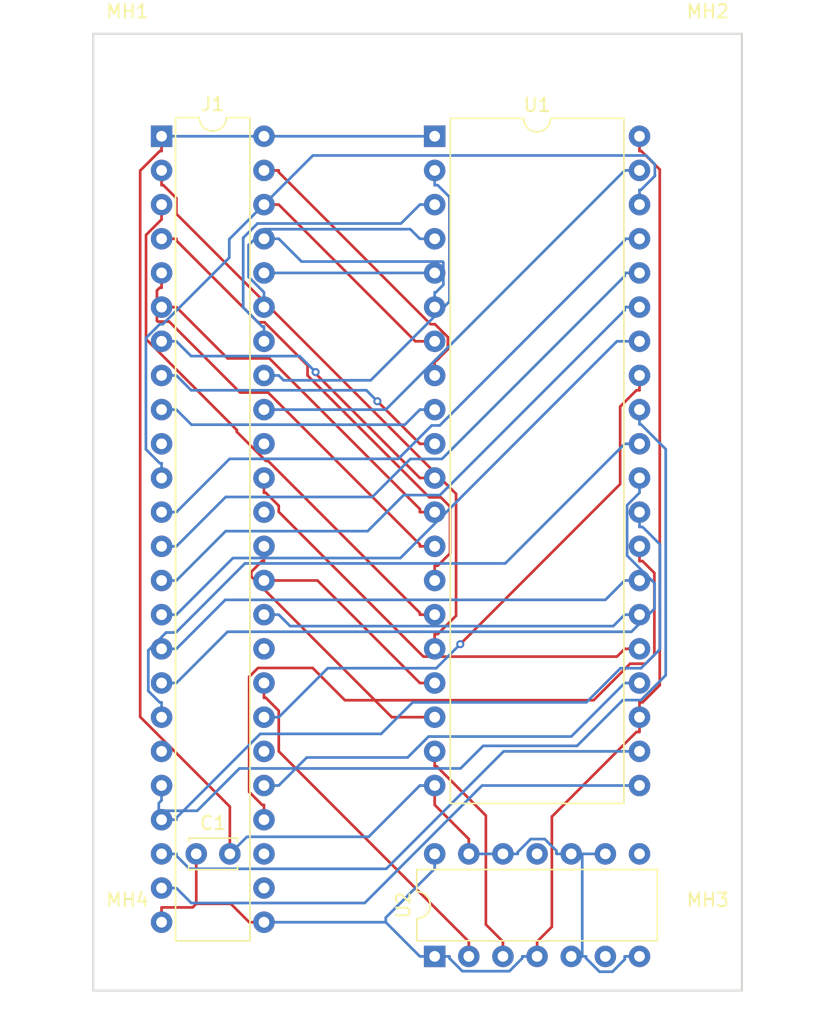
<source format=kicad_pcb>
(kicad_pcb (version 20171130) (host pcbnew 5.1.5+dfsg1-2build2)

  (general
    (thickness 1.6)
    (drawings 4)
    (tracks 362)
    (zones 0)
    (modules 8)
    (nets 51)
  )

  (page A4)
  (layers
    (0 F.Cu signal)
    (31 B.Cu signal)
    (32 B.Adhes user)
    (33 F.Adhes user)
    (34 B.Paste user)
    (35 F.Paste user)
    (36 B.SilkS user)
    (37 F.SilkS user)
    (38 B.Mask user)
    (39 F.Mask user)
    (40 Dwgs.User user)
    (41 Cmts.User user)
    (42 Eco1.User user)
    (43 Eco2.User user)
    (44 Edge.Cuts user)
    (45 Margin user)
    (46 B.CrtYd user)
    (47 F.CrtYd user)
    (48 B.Fab user)
    (49 F.Fab user)
  )

  (setup
    (last_trace_width 0.2)
    (user_trace_width 0.2)
    (user_trace_width 0.4)
    (user_trace_width 0.6)
    (user_trace_width 0.8)
    (user_trace_width 1)
    (user_trace_width 1.2)
    (user_trace_width 1.6)
    (user_trace_width 2)
    (trace_clearance 0.2)
    (zone_clearance 0.35)
    (zone_45_only no)
    (trace_min 0.1524)
    (via_size 0.6)
    (via_drill 0.3)
    (via_min_size 0.5)
    (via_min_drill 0.2)
    (user_via 0.9 0.5)
    (user_via 1.2 0.8)
    (user_via 1.4 0.9)
    (user_via 1.5 1)
    (uvia_size 0.3)
    (uvia_drill 0.1)
    (uvias_allowed no)
    (uvia_min_size 0.2)
    (uvia_min_drill 0.1)
    (edge_width 0.15)
    (segment_width 0.2)
    (pcb_text_width 0.3)
    (pcb_text_size 1.5 1.5)
    (mod_edge_width 0.15)
    (mod_text_size 1 1)
    (mod_text_width 0.15)
    (pad_size 3.2 3.2)
    (pad_drill 3.2)
    (pad_to_mask_clearance 0.051)
    (solder_mask_min_width 0.25)
    (aux_axis_origin 101 70)
    (grid_origin 101 70)
    (visible_elements FFFDFF7F)
    (pcbplotparams
      (layerselection 0x010fc_ffffffff)
      (usegerberextensions false)
      (usegerberattributes false)
      (usegerberadvancedattributes false)
      (creategerberjobfile false)
      (excludeedgelayer true)
      (linewidth 0.100000)
      (plotframeref false)
      (viasonmask false)
      (mode 1)
      (useauxorigin false)
      (hpglpennumber 1)
      (hpglpenspeed 20)
      (hpglpendiameter 15.000000)
      (psnegative false)
      (psa4output false)
      (plotreference true)
      (plotvalue true)
      (plotinvisibletext false)
      (padsonsilk false)
      (subtractmaskfromsilk false)
      (outputformat 1)
      (mirror false)
      (drillshape 1)
      (scaleselection 1)
      (outputdirectory ""))
  )

  (net 0 "")
  (net 1 GND)
  (net 2 VCC)
  (net 3 /P50)
  (net 4 /P53)
  (net 5 "Net-(J1-Pad30)")
  (net 6 /P51)
  (net 7 /P36)
  (net 8 /P52)
  (net 9 "Net-(J1-Pad27)")
  (net 10 /P37)
  (net 11 /P47)
  (net 12 /P55)
  (net 13 /P54)
  (net 14 /P46)
  (net 15 "Net-(J1-Pad26)")
  (net 16 "Net-(J1-Pad19)")
  (net 17 /P35)
  (net 18 /P20)
  (net 19 /P34)
  (net 20 /P21)
  (net 21 /P33)
  (net 22 /P22)
  (net 23 /P32)
  (net 24 /P23)
  (net 25 /P31)
  (net 26 /P24)
  (net 27 /P30)
  (net 28 /P25)
  (net 29 "Net-(J1-Pad10)")
  (net 30 /P26)
  (net 31 /P17)
  (net 32 /P27)
  (net 33 /P16)
  (net 34 "Net-(J1-Pad39)")
  (net 35 /P15)
  (net 36 /P40)
  (net 37 /P14)
  (net 38 "Net-(J1-Pad37)")
  (net 39 /P13)
  (net 40 /P42)
  (net 41 /P12)
  (net 42 /P43)
  (net 43 /P11)
  (net 44 /P44)
  (net 45 /P10)
  (net 46 "Net-(J1-Pad33)")
  (net 47 "Net-(U1-Pad19)")
  (net 48 "Net-(U2-Pad6)")
  (net 49 "Net-(U2-Pad11)")
  (net 50 "Net-(U2-Pad8)")

  (net_class Default "This is the default net class."
    (clearance 0.2)
    (trace_width 0.2)
    (via_dia 0.6)
    (via_drill 0.3)
    (uvia_dia 0.3)
    (uvia_drill 0.1)
    (diff_pair_width 0.2)
    (diff_pair_gap 0.2)
    (add_net /P10)
    (add_net /P11)
    (add_net /P12)
    (add_net /P13)
    (add_net /P14)
    (add_net /P15)
    (add_net /P16)
    (add_net /P17)
    (add_net /P20)
    (add_net /P21)
    (add_net /P22)
    (add_net /P23)
    (add_net /P24)
    (add_net /P25)
    (add_net /P26)
    (add_net /P27)
    (add_net /P30)
    (add_net /P31)
    (add_net /P32)
    (add_net /P33)
    (add_net /P34)
    (add_net /P35)
    (add_net /P36)
    (add_net /P37)
    (add_net /P40)
    (add_net /P42)
    (add_net /P43)
    (add_net /P44)
    (add_net /P46)
    (add_net /P47)
    (add_net /P50)
    (add_net /P51)
    (add_net /P52)
    (add_net /P53)
    (add_net /P54)
    (add_net /P55)
    (add_net GND)
    (add_net "Net-(J1-Pad10)")
    (add_net "Net-(J1-Pad19)")
    (add_net "Net-(J1-Pad26)")
    (add_net "Net-(J1-Pad27)")
    (add_net "Net-(J1-Pad30)")
    (add_net "Net-(J1-Pad33)")
    (add_net "Net-(J1-Pad37)")
    (add_net "Net-(J1-Pad39)")
    (add_net "Net-(U1-Pad19)")
    (add_net "Net-(U2-Pad11)")
    (add_net "Net-(U2-Pad6)")
    (add_net "Net-(U2-Pad8)")
    (add_net VCC)
  )

  (module Package_DIP:DIP-14_W7.62mm (layer F.Cu) (tedit 5A02E8C5) (tstamp 61E6ED2A)
    (at 123.86 136.04 90)
    (descr "14-lead though-hole mounted DIP package, row spacing 7.62 mm (300 mils)")
    (tags "THT DIP DIL PDIP 2.54mm 7.62mm 300mil")
    (path /618CEFAB)
    (fp_text reference U2 (at 3.81 -2.33 90) (layer F.SilkS)
      (effects (font (size 1 1) (thickness 0.15)))
    )
    (fp_text value 74HCT126 (at 3.81 17.57 90) (layer F.Fab)
      (effects (font (size 1 1) (thickness 0.15)))
    )
    (fp_text user %R (at 3.81 7.62 90) (layer F.Fab)
      (effects (font (size 1 1) (thickness 0.15)))
    )
    (fp_line (start 8.7 -1.55) (end -1.1 -1.55) (layer F.CrtYd) (width 0.05))
    (fp_line (start 8.7 16.8) (end 8.7 -1.55) (layer F.CrtYd) (width 0.05))
    (fp_line (start -1.1 16.8) (end 8.7 16.8) (layer F.CrtYd) (width 0.05))
    (fp_line (start -1.1 -1.55) (end -1.1 16.8) (layer F.CrtYd) (width 0.05))
    (fp_line (start 6.46 -1.33) (end 4.81 -1.33) (layer F.SilkS) (width 0.12))
    (fp_line (start 6.46 16.57) (end 6.46 -1.33) (layer F.SilkS) (width 0.12))
    (fp_line (start 1.16 16.57) (end 6.46 16.57) (layer F.SilkS) (width 0.12))
    (fp_line (start 1.16 -1.33) (end 1.16 16.57) (layer F.SilkS) (width 0.12))
    (fp_line (start 2.81 -1.33) (end 1.16 -1.33) (layer F.SilkS) (width 0.12))
    (fp_line (start 0.635 -0.27) (end 1.635 -1.27) (layer F.Fab) (width 0.1))
    (fp_line (start 0.635 16.51) (end 0.635 -0.27) (layer F.Fab) (width 0.1))
    (fp_line (start 6.985 16.51) (end 0.635 16.51) (layer F.Fab) (width 0.1))
    (fp_line (start 6.985 -1.27) (end 6.985 16.51) (layer F.Fab) (width 0.1))
    (fp_line (start 1.635 -1.27) (end 6.985 -1.27) (layer F.Fab) (width 0.1))
    (fp_arc (start 3.81 -1.33) (end 2.81 -1.33) (angle -180) (layer F.SilkS) (width 0.12))
    (pad 14 thru_hole oval (at 7.62 0 90) (size 1.6 1.6) (drill 0.8) (layers *.Cu *.Mask)
      (net 2 VCC))
    (pad 7 thru_hole oval (at 0 15.24 90) (size 1.6 1.6) (drill 0.8) (layers *.Cu *.Mask)
      (net 1 GND))
    (pad 13 thru_hole oval (at 7.62 2.54 90) (size 1.6 1.6) (drill 0.8) (layers *.Cu *.Mask)
      (net 1 GND))
    (pad 6 thru_hole oval (at 0 12.7 90) (size 1.6 1.6) (drill 0.8) (layers *.Cu *.Mask)
      (net 48 "Net-(U2-Pad6)"))
    (pad 12 thru_hole oval (at 7.62 5.08 90) (size 1.6 1.6) (drill 0.8) (layers *.Cu *.Mask)
      (net 1 GND))
    (pad 5 thru_hole oval (at 0 10.16 90) (size 1.6 1.6) (drill 0.8) (layers *.Cu *.Mask)
      (net 1 GND))
    (pad 11 thru_hole oval (at 7.62 7.62 90) (size 1.6 1.6) (drill 0.8) (layers *.Cu *.Mask)
      (net 49 "Net-(U2-Pad11)"))
    (pad 4 thru_hole oval (at 0 7.62 90) (size 1.6 1.6) (drill 0.8) (layers *.Cu *.Mask)
      (net 2 VCC))
    (pad 10 thru_hole oval (at 7.62 10.16 90) (size 1.6 1.6) (drill 0.8) (layers *.Cu *.Mask)
      (net 1 GND))
    (pad 3 thru_hole oval (at 0 5.08 90) (size 1.6 1.6) (drill 0.8) (layers *.Cu *.Mask)
      (net 47 "Net-(U1-Pad19)"))
    (pad 9 thru_hole oval (at 7.62 12.7 90) (size 1.6 1.6) (drill 0.8) (layers *.Cu *.Mask)
      (net 1 GND))
    (pad 2 thru_hole oval (at 0 2.54 90) (size 1.6 1.6) (drill 0.8) (layers *.Cu *.Mask)
      (net 14 /P46))
    (pad 8 thru_hole oval (at 7.62 15.24 90) (size 1.6 1.6) (drill 0.8) (layers *.Cu *.Mask)
      (net 50 "Net-(U2-Pad8)"))
    (pad 1 thru_hole rect (at 0 0 90) (size 1.6 1.6) (drill 0.8) (layers *.Cu *.Mask)
      (net 2 VCC))
    (model ${KISYS3DMOD}/Package_DIP.3dshapes/DIP-14_W7.62mm.wrl
      (at (xyz 0 0 0))
      (scale (xyz 1 1 1))
      (rotate (xyz 0 0 0))
    )
  )

  (module Package_DIP:DIP-40_W15.24mm (layer F.Cu) (tedit 5A02E8C5) (tstamp 61E6ED08)
    (at 123.86 75.08)
    (descr "40-lead though-hole mounted DIP package, row spacing 15.24 mm (600 mils)")
    (tags "THT DIP DIL PDIP 2.54mm 15.24mm 600mil")
    (path /627EB669)
    (fp_text reference U1 (at 7.62 -2.33) (layer F.SilkS)
      (effects (font (size 1 1) (thickness 0.15)))
    )
    (fp_text value P80C88A (at 7.62 50.59) (layer F.Fab)
      (effects (font (size 1 1) (thickness 0.15)))
    )
    (fp_text user %R (at 7.62 24.13) (layer F.Fab)
      (effects (font (size 1 1) (thickness 0.15)))
    )
    (fp_line (start 16.3 -1.55) (end -1.05 -1.55) (layer F.CrtYd) (width 0.05))
    (fp_line (start 16.3 49.8) (end 16.3 -1.55) (layer F.CrtYd) (width 0.05))
    (fp_line (start -1.05 49.8) (end 16.3 49.8) (layer F.CrtYd) (width 0.05))
    (fp_line (start -1.05 -1.55) (end -1.05 49.8) (layer F.CrtYd) (width 0.05))
    (fp_line (start 14.08 -1.33) (end 8.62 -1.33) (layer F.SilkS) (width 0.12))
    (fp_line (start 14.08 49.59) (end 14.08 -1.33) (layer F.SilkS) (width 0.12))
    (fp_line (start 1.16 49.59) (end 14.08 49.59) (layer F.SilkS) (width 0.12))
    (fp_line (start 1.16 -1.33) (end 1.16 49.59) (layer F.SilkS) (width 0.12))
    (fp_line (start 6.62 -1.33) (end 1.16 -1.33) (layer F.SilkS) (width 0.12))
    (fp_line (start 0.255 -0.27) (end 1.255 -1.27) (layer F.Fab) (width 0.1))
    (fp_line (start 0.255 49.53) (end 0.255 -0.27) (layer F.Fab) (width 0.1))
    (fp_line (start 14.985 49.53) (end 0.255 49.53) (layer F.Fab) (width 0.1))
    (fp_line (start 14.985 -1.27) (end 14.985 49.53) (layer F.Fab) (width 0.1))
    (fp_line (start 1.255 -1.27) (end 14.985 -1.27) (layer F.Fab) (width 0.1))
    (fp_arc (start 7.62 -1.33) (end 6.62 -1.33) (angle -180) (layer F.SilkS) (width 0.12))
    (pad 40 thru_hole oval (at 15.24 0) (size 1.6 1.6) (drill 0.8) (layers *.Cu *.Mask)
      (net 2 VCC))
    (pad 20 thru_hole oval (at 0 48.26) (size 1.6 1.6) (drill 0.8) (layers *.Cu *.Mask)
      (net 1 GND))
    (pad 39 thru_hole oval (at 15.24 2.54) (size 1.6 1.6) (drill 0.8) (layers *.Cu *.Mask)
      (net 32 /P27))
    (pad 19 thru_hole oval (at 0 45.72) (size 1.6 1.6) (drill 0.8) (layers *.Cu *.Mask)
      (net 47 "Net-(U1-Pad19)"))
    (pad 38 thru_hole oval (at 15.24 5.08) (size 1.6 1.6) (drill 0.8) (layers *.Cu *.Mask)
      (net 27 /P30))
    (pad 18 thru_hole oval (at 0 43.18) (size 1.6 1.6) (drill 0.8) (layers *.Cu *.Mask)
      (net 40 /P42))
    (pad 37 thru_hole oval (at 15.24 7.62) (size 1.6 1.6) (drill 0.8) (layers *.Cu *.Mask)
      (net 25 /P31))
    (pad 17 thru_hole oval (at 0 40.64) (size 1.6 1.6) (drill 0.8) (layers *.Cu *.Mask)
      (net 42 /P43))
    (pad 36 thru_hole oval (at 15.24 10.16) (size 1.6 1.6) (drill 0.8) (layers *.Cu *.Mask)
      (net 23 /P32))
    (pad 16 thru_hole oval (at 0 38.1) (size 1.6 1.6) (drill 0.8) (layers *.Cu *.Mask)
      (net 45 /P10))
    (pad 35 thru_hole oval (at 15.24 12.7) (size 1.6 1.6) (drill 0.8) (layers *.Cu *.Mask)
      (net 21 /P33))
    (pad 15 thru_hole oval (at 0 35.56) (size 1.6 1.6) (drill 0.8) (layers *.Cu *.Mask)
      (net 43 /P11))
    (pad 34 thru_hole oval (at 15.24 15.24) (size 1.6 1.6) (drill 0.8) (layers *.Cu *.Mask)
      (net 19 /P34))
    (pad 14 thru_hole oval (at 0 33.02) (size 1.6 1.6) (drill 0.8) (layers *.Cu *.Mask)
      (net 41 /P12))
    (pad 33 thru_hole oval (at 15.24 17.78) (size 1.6 1.6) (drill 0.8) (layers *.Cu *.Mask)
      (net 11 /P47))
    (pad 13 thru_hole oval (at 0 30.48) (size 1.6 1.6) (drill 0.8) (layers *.Cu *.Mask)
      (net 39 /P13))
    (pad 32 thru_hole oval (at 15.24 20.32) (size 1.6 1.6) (drill 0.8) (layers *.Cu *.Mask)
      (net 3 /P50))
    (pad 12 thru_hole oval (at 0 27.94) (size 1.6 1.6) (drill 0.8) (layers *.Cu *.Mask)
      (net 37 /P14))
    (pad 31 thru_hole oval (at 15.24 22.86) (size 1.6 1.6) (drill 0.8) (layers *.Cu *.Mask)
      (net 10 /P37))
    (pad 11 thru_hole oval (at 0 25.4) (size 1.6 1.6) (drill 0.8) (layers *.Cu *.Mask)
      (net 35 /P15))
    (pad 30 thru_hole oval (at 15.24 25.4) (size 1.6 1.6) (drill 0.8) (layers *.Cu *.Mask)
      (net 7 /P36))
    (pad 10 thru_hole oval (at 0 22.86) (size 1.6 1.6) (drill 0.8) (layers *.Cu *.Mask)
      (net 33 /P16))
    (pad 29 thru_hole oval (at 15.24 27.94) (size 1.6 1.6) (drill 0.8) (layers *.Cu *.Mask)
      (net 6 /P51))
    (pad 9 thru_hole oval (at 0 20.32) (size 1.6 1.6) (drill 0.8) (layers *.Cu *.Mask)
      (net 31 /P17))
    (pad 28 thru_hole oval (at 15.24 30.48) (size 1.6 1.6) (drill 0.8) (layers *.Cu *.Mask)
      (net 12 /P55))
    (pad 8 thru_hole oval (at 0 17.78) (size 1.6 1.6) (drill 0.8) (layers *.Cu *.Mask)
      (net 18 /P20))
    (pad 27 thru_hole oval (at 15.24 33.02) (size 1.6 1.6) (drill 0.8) (layers *.Cu *.Mask)
      (net 17 /P35))
    (pad 7 thru_hole oval (at 0 15.24) (size 1.6 1.6) (drill 0.8) (layers *.Cu *.Mask)
      (net 20 /P21))
    (pad 26 thru_hole oval (at 15.24 35.56) (size 1.6 1.6) (drill 0.8) (layers *.Cu *.Mask)
      (net 44 /P44))
    (pad 6 thru_hole oval (at 0 12.7) (size 1.6 1.6) (drill 0.8) (layers *.Cu *.Mask)
      (net 22 /P22))
    (pad 25 thru_hole oval (at 15.24 38.1) (size 1.6 1.6) (drill 0.8) (layers *.Cu *.Mask)
      (net 36 /P40))
    (pad 5 thru_hole oval (at 0 10.16) (size 1.6 1.6) (drill 0.8) (layers *.Cu *.Mask)
      (net 24 /P23))
    (pad 24 thru_hole oval (at 15.24 40.64) (size 1.6 1.6) (drill 0.8) (layers *.Cu *.Mask)
      (net 13 /P54))
    (pad 4 thru_hole oval (at 0 7.62) (size 1.6 1.6) (drill 0.8) (layers *.Cu *.Mask)
      (net 26 /P24))
    (pad 23 thru_hole oval (at 15.24 43.18) (size 1.6 1.6) (drill 0.8) (layers *.Cu *.Mask)
      (net 2 VCC))
    (pad 3 thru_hole oval (at 0 5.08) (size 1.6 1.6) (drill 0.8) (layers *.Cu *.Mask)
      (net 28 /P25))
    (pad 22 thru_hole oval (at 15.24 45.72) (size 1.6 1.6) (drill 0.8) (layers *.Cu *.Mask)
      (net 8 /P52))
    (pad 2 thru_hole oval (at 0 2.54) (size 1.6 1.6) (drill 0.8) (layers *.Cu *.Mask)
      (net 30 /P26))
    (pad 21 thru_hole oval (at 15.24 48.26) (size 1.6 1.6) (drill 0.8) (layers *.Cu *.Mask)
      (net 4 /P53))
    (pad 1 thru_hole rect (at 0 0) (size 1.6 1.6) (drill 0.8) (layers *.Cu *.Mask)
      (net 1 GND))
    (model ${KISYS3DMOD}/Package_DIP.3dshapes/DIP-40_W15.24mm.wrl
      (at (xyz 0 0 0))
      (scale (xyz 1 1 1))
      (rotate (xyz 0 0 0))
    )
  )

  (module 0-LocalLibrary:DIP-48_W7.62mm (layer F.Cu) (tedit 6198C9C5) (tstamp 61E6ECCC)
    (at 103.54 75.08)
    (descr "48-lead dip package, row spacing 7.62 mm (300 mils)")
    (tags "DIL DIP PDIP 2.54mm 7.62mm 300mill")
    (path /627DC9E5)
    (fp_text reference J1 (at 3.81 -2.39) (layer F.SilkS)
      (effects (font (size 1 1) (thickness 0.15)))
    )
    (fp_text value BionicConnector (at 5.08 60.96) (layer F.Fab)
      (effects (font (size 1 1) (thickness 0.15)))
    )
    (fp_line (start 8.68 60.02) (end 8.68 18.72) (layer F.CrtYd) (width 0.05))
    (fp_line (start 7.365 59.69) (end 0.255 59.69) (layer F.Fab) (width 0.1))
    (fp_line (start 0.255 59.69) (end 0.255 20.05) (layer F.Fab) (width 0.1))
    (fp_line (start -1.1 60.02) (end 8.68 60.02) (layer F.CrtYd) (width 0.05))
    (fp_line (start -1.1 18.72) (end -1.1 60.02) (layer F.CrtYd) (width 0.05))
    (fp_line (start 6.58 59.81) (end 6.58 18.93) (layer F.SilkS) (width 0.12))
    (fp_line (start 1.04 59.81) (end 6.58 59.81) (layer F.SilkS) (width 0.12))
    (fp_line (start 1.04 18.93) (end 1.04 59.81) (layer F.SilkS) (width 0.12))
    (fp_line (start 7.365 19.05) (end 7.365 59.69) (layer F.Fab) (width 0.1))
    (fp_arc (start 3.81 -1.39) (end 2.81 -1.39) (angle -180) (layer F.SilkS) (width 0.12))
    (fp_line (start 8.68 -1.6) (end -1.1 -1.6) (layer F.CrtYd) (width 0.05))
    (fp_line (start 8.68 39.7) (end 8.68 -1.6) (layer F.CrtYd) (width 0.05))
    (fp_line (start -1.1 -1.6) (end -1.1 39.7) (layer F.CrtYd) (width 0.05))
    (fp_line (start 6.58 -1.39) (end 4.81 -1.39) (layer F.SilkS) (width 0.12))
    (fp_line (start 6.58 39.49) (end 6.58 -1.39) (layer F.SilkS) (width 0.12))
    (fp_line (start 1.04 -1.39) (end 1.04 39.49) (layer F.SilkS) (width 0.12))
    (fp_line (start 2.81 -1.39) (end 1.04 -1.39) (layer F.SilkS) (width 0.12))
    (fp_line (start 0.255 -0.27) (end 1.255 -1.27) (layer F.Fab) (width 0.1))
    (fp_line (start 0.255 39.37) (end 0.255 -0.27) (layer F.Fab) (width 0.1))
    (fp_line (start 7.365 -1.27) (end 7.365 39.37) (layer F.Fab) (width 0.1))
    (fp_line (start 1.255 -1.27) (end 7.365 -1.27) (layer F.Fab) (width 0.1))
    (fp_text user %R (at 3.81 19.05) (layer F.Fab)
      (effects (font (size 1 1) (thickness 0.15)))
    )
    (pad 20 thru_hole oval (at 0 48.26) (size 1.6 1.6) (drill 0.8) (layers *.Cu *.Mask)
      (net 3 /P50))
    (pad 24 thru_hole oval (at 0 58.42) (size 1.6 1.6) (drill 0.8) (layers *.Cu *.Mask)
      (net 2 VCC))
    (pad 25 thru_hole oval (at 7.62 58.42) (size 1.6 1.6) (drill 0.8) (layers *.Cu *.Mask)
      (net 2 VCC))
    (pad 23 thru_hole oval (at 0 55.88) (size 1.6 1.6) (drill 0.8) (layers *.Cu *.Mask)
      (net 4 /P53))
    (pad 30 thru_hole oval (at 7.62 45.72) (size 1.6 1.6) (drill 0.8) (layers *.Cu *.Mask)
      (net 5 "Net-(J1-Pad30)"))
    (pad 21 thru_hole oval (at 0 50.8) (size 1.6 1.6) (drill 0.8) (layers *.Cu *.Mask)
      (net 6 /P51))
    (pad 17 thru_hole oval (at 0 40.64) (size 1.6 1.6) (drill 0.8) (layers *.Cu *.Mask)
      (net 7 /P36))
    (pad 22 thru_hole oval (at 0 53.34) (size 1.6 1.6) (drill 0.8) (layers *.Cu *.Mask)
      (net 8 /P52))
    (pad 27 thru_hole oval (at 7.62 53.34) (size 1.6 1.6) (drill 0.8) (layers *.Cu *.Mask)
      (net 9 "Net-(J1-Pad27)"))
    (pad 18 thru_hole oval (at 0 43.18) (size 1.6 1.6) (drill 0.8) (layers *.Cu *.Mask)
      (net 10 /P37))
    (pad 31 thru_hole oval (at 7.62 43.18) (size 1.6 1.6) (drill 0.8) (layers *.Cu *.Mask)
      (net 11 /P47))
    (pad 28 thru_hole oval (at 7.62 50.8) (size 1.6 1.6) (drill 0.8) (layers *.Cu *.Mask)
      (net 12 /P55))
    (pad 29 thru_hole oval (at 7.62 48.26) (size 1.6 1.6) (drill 0.8) (layers *.Cu *.Mask)
      (net 13 /P54))
    (pad 32 thru_hole oval (at 7.62 40.64) (size 1.6 1.6) (drill 0.8) (layers *.Cu *.Mask)
      (net 14 /P46))
    (pad 26 thru_hole oval (at 7.62 55.88) (size 1.6 1.6) (drill 0.8) (layers *.Cu *.Mask)
      (net 15 "Net-(J1-Pad26)"))
    (pad 19 thru_hole oval (at 0 45.72) (size 1.6 1.6) (drill 0.8) (layers *.Cu *.Mask)
      (net 16 "Net-(J1-Pad19)"))
    (pad 48 thru_hole oval (at 7.62 0) (size 1.6 1.6) (drill 0.8) (layers *.Cu *.Mask)
      (net 1 GND))
    (pad 16 thru_hole oval (at 0 38.1) (size 1.6 1.6) (drill 0.8) (layers *.Cu *.Mask)
      (net 17 /P35))
    (pad 47 thru_hole oval (at 7.62 2.54) (size 1.6 1.6) (drill 0.8) (layers *.Cu *.Mask)
      (net 18 /P20))
    (pad 15 thru_hole oval (at 0 35.56) (size 1.6 1.6) (drill 0.8) (layers *.Cu *.Mask)
      (net 19 /P34))
    (pad 46 thru_hole oval (at 7.62 5.08) (size 1.6 1.6) (drill 0.8) (layers *.Cu *.Mask)
      (net 20 /P21))
    (pad 14 thru_hole oval (at 0 33.02) (size 1.6 1.6) (drill 0.8) (layers *.Cu *.Mask)
      (net 21 /P33))
    (pad 45 thru_hole oval (at 7.62 7.62) (size 1.6 1.6) (drill 0.8) (layers *.Cu *.Mask)
      (net 22 /P22))
    (pad 13 thru_hole oval (at 0 30.48) (size 1.6 1.6) (drill 0.8) (layers *.Cu *.Mask)
      (net 23 /P32))
    (pad 44 thru_hole oval (at 7.62 10.16) (size 1.6 1.6) (drill 0.8) (layers *.Cu *.Mask)
      (net 24 /P23))
    (pad 12 thru_hole oval (at 0 27.94) (size 1.6 1.6) (drill 0.8) (layers *.Cu *.Mask)
      (net 25 /P31))
    (pad 43 thru_hole oval (at 7.62 12.7) (size 1.6 1.6) (drill 0.8) (layers *.Cu *.Mask)
      (net 26 /P24))
    (pad 11 thru_hole oval (at 0 25.4) (size 1.6 1.6) (drill 0.8) (layers *.Cu *.Mask)
      (net 27 /P30))
    (pad 42 thru_hole oval (at 7.62 15.24) (size 1.6 1.6) (drill 0.8) (layers *.Cu *.Mask)
      (net 28 /P25))
    (pad 10 thru_hole oval (at 0 22.86) (size 1.6 1.6) (drill 0.8) (layers *.Cu *.Mask)
      (net 29 "Net-(J1-Pad10)"))
    (pad 41 thru_hole oval (at 7.62 17.78) (size 1.6 1.6) (drill 0.8) (layers *.Cu *.Mask)
      (net 30 /P26))
    (pad 9 thru_hole oval (at 0 20.32) (size 1.6 1.6) (drill 0.8) (layers *.Cu *.Mask)
      (net 31 /P17))
    (pad 40 thru_hole oval (at 7.62 20.32) (size 1.6 1.6) (drill 0.8) (layers *.Cu *.Mask)
      (net 32 /P27))
    (pad 8 thru_hole oval (at 0 17.78) (size 1.6 1.6) (drill 0.8) (layers *.Cu *.Mask)
      (net 33 /P16))
    (pad 39 thru_hole oval (at 7.62 22.86) (size 1.6 1.6) (drill 0.8) (layers *.Cu *.Mask)
      (net 34 "Net-(J1-Pad39)"))
    (pad 7 thru_hole oval (at 0 15.24) (size 1.6 1.6) (drill 0.8) (layers *.Cu *.Mask)
      (net 35 /P15))
    (pad 38 thru_hole oval (at 7.62 25.4) (size 1.6 1.6) (drill 0.8) (layers *.Cu *.Mask)
      (net 36 /P40))
    (pad 6 thru_hole oval (at 0 12.7) (size 1.6 1.6) (drill 0.8) (layers *.Cu *.Mask)
      (net 37 /P14))
    (pad 37 thru_hole oval (at 7.62 27.94) (size 1.6 1.6) (drill 0.8) (layers *.Cu *.Mask)
      (net 38 "Net-(J1-Pad37)"))
    (pad 5 thru_hole oval (at 0 10.16) (size 1.6 1.6) (drill 0.8) (layers *.Cu *.Mask)
      (net 39 /P13))
    (pad 36 thru_hole oval (at 7.62 30.48) (size 1.6 1.6) (drill 0.8) (layers *.Cu *.Mask)
      (net 40 /P42))
    (pad 4 thru_hole oval (at 0 7.62) (size 1.6 1.6) (drill 0.8) (layers *.Cu *.Mask)
      (net 41 /P12))
    (pad 35 thru_hole oval (at 7.62 33.02) (size 1.6 1.6) (drill 0.8) (layers *.Cu *.Mask)
      (net 42 /P43))
    (pad 3 thru_hole oval (at 0 5.08) (size 1.6 1.6) (drill 0.8) (layers *.Cu *.Mask)
      (net 43 /P11))
    (pad 34 thru_hole oval (at 7.62 35.56) (size 1.6 1.6) (drill 0.8) (layers *.Cu *.Mask)
      (net 44 /P44))
    (pad 2 thru_hole oval (at 0 2.54) (size 1.6 1.6) (drill 0.8) (layers *.Cu *.Mask)
      (net 45 /P10))
    (pad 33 thru_hole oval (at 7.62 38.1) (size 1.6 1.6) (drill 0.8) (layers *.Cu *.Mask)
      (net 46 "Net-(J1-Pad33)"))
    (pad 1 thru_hole rect (at 0 0) (size 1.6 1.6) (drill 0.8) (layers *.Cu *.Mask)
      (net 1 GND))
    (model ${KISYS3DMOD}/Package_DIP.3dshapes/DIP-32_W7.62mm.wrl
      (at (xyz 0 0 0))
      (scale (xyz 1 1 1))
      (rotate (xyz 0 0 0))
    )
  )

  (module Capacitor_THT:C_Disc_D3.4mm_W2.1mm_P2.50mm (layer F.Cu) (tedit 5AE50EF0) (tstamp 61E6EC82)
    (at 106.12 128.42)
    (descr "C, Disc series, Radial, pin pitch=2.50mm, , diameter*width=3.4*2.1mm^2, Capacitor, http://www.vishay.com/docs/45233/krseries.pdf")
    (tags "C Disc series Radial pin pitch 2.50mm  diameter 3.4mm width 2.1mm Capacitor")
    (path /5D0E12B4)
    (fp_text reference C1 (at 1.25 -2.3) (layer F.SilkS)
      (effects (font (size 1 1) (thickness 0.15)))
    )
    (fp_text value 0.1u (at 1.25 2.3) (layer F.Fab)
      (effects (font (size 1 1) (thickness 0.15)))
    )
    (fp_text user %R (at 1.25 0) (layer F.Fab)
      (effects (font (size 0.68 0.68) (thickness 0.102)))
    )
    (fp_line (start 3.55 -1.3) (end -1.05 -1.3) (layer F.CrtYd) (width 0.05))
    (fp_line (start 3.55 1.3) (end 3.55 -1.3) (layer F.CrtYd) (width 0.05))
    (fp_line (start -1.05 1.3) (end 3.55 1.3) (layer F.CrtYd) (width 0.05))
    (fp_line (start -1.05 -1.3) (end -1.05 1.3) (layer F.CrtYd) (width 0.05))
    (fp_line (start 3.07 0.925) (end 3.07 1.17) (layer F.SilkS) (width 0.12))
    (fp_line (start 3.07 -1.17) (end 3.07 -0.925) (layer F.SilkS) (width 0.12))
    (fp_line (start -0.57 0.925) (end -0.57 1.17) (layer F.SilkS) (width 0.12))
    (fp_line (start -0.57 -1.17) (end -0.57 -0.925) (layer F.SilkS) (width 0.12))
    (fp_line (start -0.57 1.17) (end 3.07 1.17) (layer F.SilkS) (width 0.12))
    (fp_line (start -0.57 -1.17) (end 3.07 -1.17) (layer F.SilkS) (width 0.12))
    (fp_line (start 2.95 -1.05) (end -0.45 -1.05) (layer F.Fab) (width 0.1))
    (fp_line (start 2.95 1.05) (end 2.95 -1.05) (layer F.Fab) (width 0.1))
    (fp_line (start -0.45 1.05) (end 2.95 1.05) (layer F.Fab) (width 0.1))
    (fp_line (start -0.45 -1.05) (end -0.45 1.05) (layer F.Fab) (width 0.1))
    (pad 2 thru_hole circle (at 2.5 0) (size 1.6 1.6) (drill 0.8) (layers *.Cu *.Mask)
      (net 1 GND))
    (pad 1 thru_hole circle (at 0 0) (size 1.6 1.6) (drill 0.8) (layers *.Cu *.Mask)
      (net 2 VCC))
    (model ${KISYS3DMOD}/Capacitor_THT.3dshapes/C_Disc_D3.4mm_W2.1mm_P2.50mm.wrl
      (at (xyz 0 0 0))
      (scale (xyz 1 1 1))
      (rotate (xyz 0 0 0))
    )
  )

  (module MountingHole:MountingHole_3.2mm_M3 (layer F.Cu) (tedit 56D1B4CB) (tstamp 618AA90D)
    (at 101 136.04)
    (descr "Mounting Hole 3.2mm, no annular, M3")
    (tags "mounting hole 3.2mm no annular m3")
    (attr virtual)
    (fp_text reference MH4 (at 0 -4.2) (layer F.SilkS)
      (effects (font (size 1 1) (thickness 0.15)))
    )
    (fp_text value MountingHole_3.2mm_M3 (at 0 4.2) (layer F.Fab)
      (effects (font (size 1 1) (thickness 0.15)))
    )
    (fp_circle (center 0 0) (end 3.45 0) (layer F.CrtYd) (width 0.05))
    (fp_circle (center 0 0) (end 3.2 0) (layer Cmts.User) (width 0.15))
    (fp_text user %R (at 0.3 0) (layer F.Fab)
      (effects (font (size 1 1) (thickness 0.15)))
    )
    (pad 1 np_thru_hole circle (at 0 0) (size 3.2 3.2) (drill 3.2) (layers *.Cu *.Mask))
  )

  (module MountingHole:MountingHole_3.2mm_M3 (layer F.Cu) (tedit 56D1B4CB) (tstamp 618AA8EF)
    (at 144.18 136.04)
    (descr "Mounting Hole 3.2mm, no annular, M3")
    (tags "mounting hole 3.2mm no annular m3")
    (attr virtual)
    (fp_text reference MH3 (at 0 -4.2) (layer F.SilkS)
      (effects (font (size 1 1) (thickness 0.15)))
    )
    (fp_text value MountingHole_3.2mm_M3 (at 0 4.2) (layer F.Fab)
      (effects (font (size 1 1) (thickness 0.15)))
    )
    (fp_circle (center 0 0) (end 3.45 0) (layer F.CrtYd) (width 0.05))
    (fp_circle (center 0 0) (end 3.2 0) (layer Cmts.User) (width 0.15))
    (fp_text user %R (at 0.3 0) (layer F.Fab)
      (effects (font (size 1 1) (thickness 0.15)))
    )
    (pad 1 np_thru_hole circle (at 0 0) (size 3.2 3.2) (drill 3.2) (layers *.Cu *.Mask))
  )

  (module MountingHole:MountingHole_3.2mm_M3 (layer F.Cu) (tedit 56D1B4CB) (tstamp 618AA8C0)
    (at 144.18 70)
    (descr "Mounting Hole 3.2mm, no annular, M3")
    (tags "mounting hole 3.2mm no annular m3")
    (attr virtual)
    (fp_text reference MH2 (at 0 -4.2) (layer F.SilkS)
      (effects (font (size 1 1) (thickness 0.15)))
    )
    (fp_text value MountingHole_3.2mm_M3 (at 0 4.2) (layer F.Fab)
      (effects (font (size 1 1) (thickness 0.15)))
    )
    (fp_circle (center 0 0) (end 3.45 0) (layer F.CrtYd) (width 0.05))
    (fp_circle (center 0 0) (end 3.2 0) (layer Cmts.User) (width 0.15))
    (fp_text user %R (at 0.3 0) (layer F.Fab)
      (effects (font (size 1 1) (thickness 0.15)))
    )
    (pad 1 np_thru_hole circle (at 0 0) (size 3.2 3.2) (drill 3.2) (layers *.Cu *.Mask))
  )

  (module MountingHole:MountingHole_3.2mm_M3 (layer F.Cu) (tedit 618A6455) (tstamp 618AA897)
    (at 101 70)
    (descr "Mounting Hole 3.2mm, no annular, M3")
    (tags "mounting hole 3.2mm no annular m3")
    (attr virtual)
    (fp_text reference MH1 (at 0 -4.2) (layer F.SilkS)
      (effects (font (size 1 1) (thickness 0.15)))
    )
    (fp_text value MountingHole_3.2mm_M3 (at 0 4.2) (layer F.Fab)
      (effects (font (size 1 1) (thickness 0.15)))
    )
    (fp_circle (center 0 0) (end 3.45 0) (layer F.CrtYd) (width 0.05))
    (fp_circle (center 0 0) (end 3.2 0) (layer Cmts.User) (width 0.15))
    (fp_text user %R (at 0.3 0) (layer F.Fab)
      (effects (font (size 1 1) (thickness 0.15)))
    )
    (pad "" np_thru_hole circle (at 0 0) (size 3.2 3.2) (drill 3.2) (layers *.Cu *.Mask))
  )

  (gr_line (start 98.46 138.58) (end 98.46 67.46) (layer Edge.Cuts) (width 0.15) (tstamp 618AA84D))
  (gr_line (start 146.72 138.58) (end 98.46 138.58) (layer Edge.Cuts) (width 0.15))
  (gr_line (start 146.72 67.46) (end 146.72 138.58) (layer Edge.Cuts) (width 0.15))
  (gr_line (start 98.46 67.46) (end 146.72 67.46) (layer Edge.Cuts) (width 0.15))

  (segment (start 126.4 128.42) (end 126.4 127.3197) (width 0.2) (layer F.Cu) (net 1))
  (segment (start 123.86 123.34) (end 123.86 124.7797) (width 0.2) (layer F.Cu) (net 1))
  (segment (start 123.86 124.7797) (end 126.4 127.3197) (width 0.2) (layer F.Cu) (net 1))
  (segment (start 103.54 76.1803) (end 103.4025 76.1803) (width 0.2) (layer F.Cu) (net 1))
  (segment (start 103.4025 76.1803) (end 101.9468 77.636) (width 0.2) (layer F.Cu) (net 1))
  (segment (start 101.9468 77.636) (end 101.9468 118.2341) (width 0.2) (layer F.Cu) (net 1))
  (segment (start 101.9468 118.2341) (end 108.62 124.9073) (width 0.2) (layer F.Cu) (net 1))
  (segment (start 108.62 124.9073) (end 108.62 128.42) (width 0.2) (layer F.Cu) (net 1))
  (segment (start 103.54 75.08) (end 111.16 75.08) (width 0.2) (layer B.Cu) (net 1))
  (segment (start 103.54 75.08) (end 103.54 76.1803) (width 0.2) (layer F.Cu) (net 1))
  (segment (start 123.86 123.34) (end 122.7597 123.34) (width 0.2) (layer B.Cu) (net 1))
  (segment (start 108.62 128.42) (end 109.89 127.15) (width 0.2) (layer B.Cu) (net 1))
  (segment (start 109.89 127.15) (end 118.9497 127.15) (width 0.2) (layer B.Cu) (net 1))
  (segment (start 118.9497 127.15) (end 122.7597 123.34) (width 0.2) (layer B.Cu) (net 1))
  (segment (start 128.94 128.42) (end 130.0403 128.42) (width 0.2) (layer B.Cu) (net 1))
  (segment (start 130.0403 128.42) (end 130.0403 128.2823) (width 0.2) (layer B.Cu) (net 1))
  (segment (start 130.0403 128.2823) (end 131.0029 127.3197) (width 0.2) (layer B.Cu) (net 1))
  (segment (start 131.0029 127.3197) (end 132.0474 127.3197) (width 0.2) (layer B.Cu) (net 1))
  (segment (start 132.0474 127.3197) (end 132.9197 128.192) (width 0.2) (layer B.Cu) (net 1))
  (segment (start 132.9197 128.192) (end 132.9197 128.42) (width 0.2) (layer B.Cu) (net 1))
  (segment (start 126.4 128.42) (end 128.94 128.42) (width 0.2) (layer B.Cu) (net 1))
  (segment (start 134.02 128.42) (end 132.9197 128.42) (width 0.2) (layer B.Cu) (net 1))
  (segment (start 134.84 128.42) (end 134.02 128.42) (width 0.2) (layer B.Cu) (net 1))
  (segment (start 136.56 128.42) (end 134.84 128.42) (width 0.2) (layer B.Cu) (net 1))
  (segment (start 134.84 136.04) (end 135.1203 136.04) (width 0.2) (layer B.Cu) (net 1))
  (segment (start 134.02 136.04) (end 134.84 136.04) (width 0.2) (layer B.Cu) (net 1))
  (segment (start 134.84 128.42) (end 134.84 136.04) (width 0.2) (layer B.Cu) (net 1))
  (segment (start 139.1 136.04) (end 137.9997 136.04) (width 0.2) (layer B.Cu) (net 1))
  (segment (start 135.1203 136.04) (end 135.1203 136.1775) (width 0.2) (layer B.Cu) (net 1))
  (segment (start 135.1203 136.1775) (end 136.1214 137.1786) (width 0.2) (layer B.Cu) (net 1))
  (segment (start 136.1214 137.1786) (end 137.0891 137.1786) (width 0.2) (layer B.Cu) (net 1))
  (segment (start 137.0891 137.1786) (end 137.9997 136.268) (width 0.2) (layer B.Cu) (net 1))
  (segment (start 137.9997 136.268) (end 137.9997 136.04) (width 0.2) (layer B.Cu) (net 1))
  (segment (start 111.16 75.08) (end 123.86 75.08) (width 0.2) (layer B.Cu) (net 1))
  (segment (start 120.2197 133.5) (end 122.7597 136.04) (width 0.2) (layer B.Cu) (net 2))
  (segment (start 111.16 133.5) (end 120.2197 133.5) (width 0.2) (layer B.Cu) (net 2))
  (segment (start 120.2197 133.5) (end 120.2197 133.1606) (width 0.2) (layer B.Cu) (net 2))
  (segment (start 120.2197 133.1606) (end 123.86 129.5203) (width 0.2) (layer B.Cu) (net 2))
  (segment (start 123.86 128.42) (end 123.86 129.5203) (width 0.2) (layer B.Cu) (net 2))
  (segment (start 123.86 136.04) (end 122.7597 136.04) (width 0.2) (layer B.Cu) (net 2))
  (segment (start 106.12 132.1299) (end 108.6896 132.1299) (width 0.2) (layer F.Cu) (net 2))
  (segment (start 108.6896 132.1299) (end 110.0597 133.5) (width 0.2) (layer F.Cu) (net 2))
  (segment (start 103.54 132.3997) (end 105.8502 132.3997) (width 0.2) (layer F.Cu) (net 2))
  (segment (start 105.8502 132.3997) (end 106.12 132.1299) (width 0.2) (layer F.Cu) (net 2))
  (segment (start 106.12 128.42) (end 106.12 132.1299) (width 0.2) (layer F.Cu) (net 2))
  (segment (start 111.16 133.5) (end 110.0597 133.5) (width 0.2) (layer F.Cu) (net 2))
  (segment (start 139.1 117.1597) (end 139.328 117.1597) (width 0.2) (layer F.Cu) (net 2))
  (segment (start 139.328 117.1597) (end 140.6066 115.8811) (width 0.2) (layer F.Cu) (net 2))
  (segment (start 140.6066 115.8811) (end 140.6066 77.5494) (width 0.2) (layer F.Cu) (net 2))
  (segment (start 140.6066 77.5494) (end 139.2375 76.1803) (width 0.2) (layer F.Cu) (net 2))
  (segment (start 139.2375 76.1803) (end 139.1 76.1803) (width 0.2) (layer F.Cu) (net 2))
  (segment (start 139.1 118.26) (end 139.1 119.3603) (width 0.2) (layer F.Cu) (net 2))
  (segment (start 131.48 136.04) (end 131.48 134.9397) (width 0.2) (layer F.Cu) (net 2))
  (segment (start 131.48 134.9397) (end 132.5803 133.8394) (width 0.2) (layer F.Cu) (net 2))
  (segment (start 132.5803 133.8394) (end 132.5803 125.652) (width 0.2) (layer F.Cu) (net 2))
  (segment (start 132.5803 125.652) (end 138.872 119.3603) (width 0.2) (layer F.Cu) (net 2))
  (segment (start 138.872 119.3603) (end 139.1 119.3603) (width 0.2) (layer F.Cu) (net 2))
  (segment (start 123.86 136.04) (end 124.9603 136.04) (width 0.2) (layer B.Cu) (net 2))
  (segment (start 131.48 136.04) (end 130.3797 136.04) (width 0.2) (layer B.Cu) (net 2))
  (segment (start 130.3797 136.04) (end 130.3797 136.1775) (width 0.2) (layer B.Cu) (net 2))
  (segment (start 130.3797 136.1775) (end 129.4169 137.1403) (width 0.2) (layer B.Cu) (net 2))
  (segment (start 129.4169 137.1403) (end 125.9229 137.1403) (width 0.2) (layer B.Cu) (net 2))
  (segment (start 125.9229 137.1403) (end 124.9603 136.1777) (width 0.2) (layer B.Cu) (net 2))
  (segment (start 124.9603 136.1777) (end 124.9603 136.04) (width 0.2) (layer B.Cu) (net 2))
  (segment (start 139.1 118.26) (end 139.1 117.1597) (width 0.2) (layer F.Cu) (net 2))
  (segment (start 139.1 75.08) (end 139.1 76.1803) (width 0.2) (layer F.Cu) (net 2))
  (segment (start 103.54 133.5) (end 103.54 132.3997) (width 0.2) (layer F.Cu) (net 2))
  (segment (start 139.1 95.4) (end 139.1 96.5003) (width 0.2) (layer B.Cu) (net 3))
  (segment (start 103.54 123.34) (end 103.54 124.4403) (width 0.2) (layer B.Cu) (net 3))
  (segment (start 103.54 124.4403) (end 103.3326 124.6477) (width 0.2) (layer B.Cu) (net 3))
  (segment (start 103.3326 124.6477) (end 103.3326 125.1581) (width 0.2) (layer B.Cu) (net 3))
  (segment (start 103.3326 125.1581) (end 103.391 125.2165) (width 0.2) (layer B.Cu) (net 3))
  (segment (start 103.391 125.2165) (end 106.1862 125.2165) (width 0.2) (layer B.Cu) (net 3))
  (segment (start 106.1862 125.2165) (end 109.3327 122.07) (width 0.2) (layer B.Cu) (net 3))
  (segment (start 109.3327 122.07) (end 125.7883 122.07) (width 0.2) (layer B.Cu) (net 3))
  (segment (start 125.7883 122.07) (end 127.4669 120.3914) (width 0.2) (layer B.Cu) (net 3))
  (segment (start 127.4669 120.3914) (end 134.4532 120.3914) (width 0.2) (layer B.Cu) (net 3))
  (segment (start 134.4532 120.3914) (end 137.8546 116.99) (width 0.2) (layer B.Cu) (net 3))
  (segment (start 137.8546 116.99) (end 139.206 116.99) (width 0.2) (layer B.Cu) (net 3))
  (segment (start 139.206 116.99) (end 141.0507 115.1453) (width 0.2) (layer B.Cu) (net 3))
  (segment (start 141.0507 115.1453) (end 141.0507 98.337) (width 0.2) (layer B.Cu) (net 3))
  (segment (start 141.0507 98.337) (end 139.214 96.5003) (width 0.2) (layer B.Cu) (net 3))
  (segment (start 139.214 96.5003) (end 139.1 96.5003) (width 0.2) (layer B.Cu) (net 3))
  (segment (start 139.1 123.34) (end 137.9997 123.34) (width 0.2) (layer B.Cu) (net 4))
  (segment (start 103.54 130.96) (end 104.6403 130.96) (width 0.2) (layer B.Cu) (net 4))
  (segment (start 104.6403 130.96) (end 105.7525 132.0722) (width 0.2) (layer B.Cu) (net 4))
  (segment (start 105.7525 132.0722) (end 118.6517 132.0722) (width 0.2) (layer B.Cu) (net 4))
  (segment (start 118.6517 132.0722) (end 127.3839 123.34) (width 0.2) (layer B.Cu) (net 4))
  (segment (start 127.3839 123.34) (end 137.9997 123.34) (width 0.2) (layer B.Cu) (net 4))
  (segment (start 104.6403 125.88) (end 104.6403 125.7425) (width 0.2) (layer B.Cu) (net 6))
  (segment (start 104.6403 125.7425) (end 110.8832 119.4996) (width 0.2) (layer B.Cu) (net 6))
  (segment (start 110.8832 119.4996) (end 119.8771 119.4996) (width 0.2) (layer B.Cu) (net 6))
  (segment (start 119.8771 119.4996) (end 122.2212 117.1555) (width 0.2) (layer B.Cu) (net 6))
  (segment (start 122.2212 117.1555) (end 135.1491 117.1555) (width 0.2) (layer B.Cu) (net 6))
  (segment (start 135.1491 117.1555) (end 137.685 114.6196) (width 0.2) (layer B.Cu) (net 6))
  (segment (start 137.685 114.6196) (end 139.2166 114.6196) (width 0.2) (layer B.Cu) (net 6))
  (segment (start 139.2166 114.6196) (end 140.6187 113.2175) (width 0.2) (layer B.Cu) (net 6))
  (segment (start 140.6187 113.2175) (end 140.6187 105.411) (width 0.2) (layer B.Cu) (net 6))
  (segment (start 140.6187 105.411) (end 139.328 104.1203) (width 0.2) (layer B.Cu) (net 6))
  (segment (start 139.328 104.1203) (end 139.1 104.1203) (width 0.2) (layer B.Cu) (net 6))
  (segment (start 139.1 103.02) (end 139.1 104.1203) (width 0.2) (layer B.Cu) (net 6))
  (segment (start 103.54 125.88) (end 104.6403 125.88) (width 0.2) (layer B.Cu) (net 6))
  (segment (start 139.1 100.48) (end 139.1 101.5803) (width 0.2) (layer B.Cu) (net 7))
  (segment (start 103.54 115.72) (end 104.6403 115.72) (width 0.2) (layer B.Cu) (net 7))
  (segment (start 104.6403 115.72) (end 108.4503 111.91) (width 0.2) (layer B.Cu) (net 7))
  (segment (start 108.4503 111.91) (end 138.5035 111.91) (width 0.2) (layer B.Cu) (net 7))
  (segment (start 138.5035 111.91) (end 140.2184 110.1951) (width 0.2) (layer B.Cu) (net 7))
  (segment (start 140.2184 110.1951) (end 140.2184 108.2935) (width 0.2) (layer B.Cu) (net 7))
  (segment (start 140.2184 108.2935) (end 138.177 106.2521) (width 0.2) (layer B.Cu) (net 7))
  (segment (start 138.177 106.2521) (end 138.177 102.5033) (width 0.2) (layer B.Cu) (net 7))
  (segment (start 138.177 102.5033) (end 139.1 101.5803) (width 0.2) (layer B.Cu) (net 7))
  (segment (start 104.6403 128.42) (end 104.6403 128.5575) (width 0.2) (layer B.Cu) (net 8))
  (segment (start 104.6403 128.5575) (end 105.614 129.5312) (width 0.2) (layer B.Cu) (net 8))
  (segment (start 105.614 129.5312) (end 120.2598 129.5312) (width 0.2) (layer B.Cu) (net 8))
  (segment (start 120.2598 129.5312) (end 128.991 120.8) (width 0.2) (layer B.Cu) (net 8))
  (segment (start 128.991 120.8) (end 137.9997 120.8) (width 0.2) (layer B.Cu) (net 8))
  (segment (start 139.1 120.8) (end 137.9997 120.8) (width 0.2) (layer B.Cu) (net 8))
  (segment (start 103.54 128.42) (end 104.6403 128.42) (width 0.2) (layer B.Cu) (net 8))
  (segment (start 139.1 97.94) (end 137.9997 97.94) (width 0.2) (layer B.Cu) (net 10))
  (segment (start 103.54 118.26) (end 103.54 117.1597) (width 0.2) (layer B.Cu) (net 10))
  (segment (start 103.54 117.1597) (end 103.4025 117.1597) (width 0.2) (layer B.Cu) (net 10))
  (segment (start 103.4025 117.1597) (end 102.5523 116.3095) (width 0.2) (layer B.Cu) (net 10))
  (segment (start 102.5523 116.3095) (end 102.5523 113.2923) (width 0.2) (layer B.Cu) (net 10))
  (segment (start 102.5523 113.2923) (end 103.8794 111.9652) (width 0.2) (layer B.Cu) (net 10))
  (segment (start 103.8794 111.9652) (end 104.6097 111.9652) (width 0.2) (layer B.Cu) (net 10))
  (segment (start 104.6097 111.9652) (end 109.7449 106.83) (width 0.2) (layer B.Cu) (net 10))
  (segment (start 109.7449 106.83) (end 129.1097 106.83) (width 0.2) (layer B.Cu) (net 10))
  (segment (start 129.1097 106.83) (end 137.9997 97.94) (width 0.2) (layer B.Cu) (net 10))
  (segment (start 111.16 118.26) (end 112.2603 118.26) (width 0.2) (layer B.Cu) (net 11))
  (segment (start 139.1 92.86) (end 139.1 93.9603) (width 0.2) (layer F.Cu) (net 11))
  (segment (start 125.763 112.8336) (end 137.6604 100.9362) (width 0.2) (layer F.Cu) (net 11))
  (segment (start 137.6604 100.9362) (end 137.6604 95.1719) (width 0.2) (layer F.Cu) (net 11))
  (segment (start 137.6604 95.1719) (end 138.872 93.9603) (width 0.2) (layer F.Cu) (net 11))
  (segment (start 138.872 93.9603) (end 139.1 93.9603) (width 0.2) (layer F.Cu) (net 11))
  (segment (start 112.2603 118.26) (end 115.9007 114.6196) (width 0.2) (layer B.Cu) (net 11))
  (segment (start 115.9007 114.6196) (end 123.977 114.6196) (width 0.2) (layer B.Cu) (net 11))
  (segment (start 123.977 114.6196) (end 125.763 112.8336) (width 0.2) (layer B.Cu) (net 11))
  (via (at 125.763 112.8336) (size 0.6) (layers F.Cu B.Cu) (net 11))
  (segment (start 139.1 105.56) (end 139.1 106.6603) (width 0.2) (layer F.Cu) (net 12))
  (segment (start 111.16 125.88) (end 111.16 124.7797) (width 0.2) (layer F.Cu) (net 12))
  (segment (start 111.16 124.7797) (end 111.0225 124.7797) (width 0.2) (layer F.Cu) (net 12))
  (segment (start 111.0225 124.7797) (end 110.0553 123.8125) (width 0.2) (layer F.Cu) (net 12))
  (segment (start 110.0553 123.8125) (end 110.0553 115.2594) (width 0.2) (layer F.Cu) (net 12))
  (segment (start 110.0553 115.2594) (end 110.7129 114.6018) (width 0.2) (layer F.Cu) (net 12))
  (segment (start 110.7129 114.6018) (end 114.7811 114.6018) (width 0.2) (layer F.Cu) (net 12))
  (segment (start 114.7811 114.6018) (end 117.1785 116.9992) (width 0.2) (layer F.Cu) (net 12))
  (segment (start 117.1785 116.9992) (end 135.6862 116.9992) (width 0.2) (layer F.Cu) (net 12))
  (segment (start 135.6862 116.9992) (end 138.4002 114.2852) (width 0.2) (layer F.Cu) (net 12))
  (segment (start 138.4002 114.2852) (end 139.5605 114.2852) (width 0.2) (layer F.Cu) (net 12))
  (segment (start 139.5605 114.2852) (end 140.2062 113.6395) (width 0.2) (layer F.Cu) (net 12))
  (segment (start 140.2062 113.6395) (end 140.2062 107.5385) (width 0.2) (layer F.Cu) (net 12))
  (segment (start 140.2062 107.5385) (end 139.328 106.6603) (width 0.2) (layer F.Cu) (net 12))
  (segment (start 139.328 106.6603) (end 139.1 106.6603) (width 0.2) (layer F.Cu) (net 12))
  (segment (start 137.9997 115.72) (end 134.02 119.6997) (width 0.2) (layer B.Cu) (net 13))
  (segment (start 134.02 119.6997) (end 123.4042 119.6997) (width 0.2) (layer B.Cu) (net 13))
  (segment (start 123.4042 119.6997) (end 121.848 121.2559) (width 0.2) (layer B.Cu) (net 13))
  (segment (start 121.848 121.2559) (end 121.848 121.256) (width 0.2) (layer B.Cu) (net 13))
  (segment (start 121.848 121.256) (end 114.3443 121.256) (width 0.2) (layer B.Cu) (net 13))
  (segment (start 114.3443 121.256) (end 112.2603 123.34) (width 0.2) (layer B.Cu) (net 13))
  (segment (start 139.1 115.72) (end 137.9997 115.72) (width 0.2) (layer B.Cu) (net 13))
  (segment (start 111.16 123.34) (end 112.2603 123.34) (width 0.2) (layer B.Cu) (net 13))
  (segment (start 126.4 136.04) (end 126.4 134.9397) (width 0.2) (layer F.Cu) (net 14))
  (segment (start 111.16 115.72) (end 111.16 116.8203) (width 0.2) (layer F.Cu) (net 14))
  (segment (start 111.16 116.8203) (end 111.2977 116.8203) (width 0.2) (layer F.Cu) (net 14))
  (segment (start 111.2977 116.8203) (end 112.2603 117.7829) (width 0.2) (layer F.Cu) (net 14))
  (segment (start 112.2603 117.7829) (end 112.2603 120.8) (width 0.2) (layer F.Cu) (net 14))
  (segment (start 112.2603 120.8) (end 126.4 134.9397) (width 0.2) (layer F.Cu) (net 14))
  (segment (start 139.1 108.1) (end 137.9997 108.1) (width 0.2) (layer B.Cu) (net 17))
  (segment (start 103.54 113.18) (end 104.6403 113.18) (width 0.2) (layer B.Cu) (net 17))
  (segment (start 104.6403 113.18) (end 108.2807 109.5396) (width 0.2) (layer B.Cu) (net 17))
  (segment (start 108.2807 109.5396) (end 136.5601 109.5396) (width 0.2) (layer B.Cu) (net 17))
  (segment (start 136.5601 109.5396) (end 137.9997 108.1) (width 0.2) (layer B.Cu) (net 17))
  (segment (start 123.86 92.86) (end 123.86 91.7597) (width 0.2) (layer F.Cu) (net 18))
  (segment (start 111.16 77.62) (end 112.2603 77.62) (width 0.2) (layer F.Cu) (net 18))
  (segment (start 112.2603 77.62) (end 112.2603 77.7575) (width 0.2) (layer F.Cu) (net 18))
  (segment (start 112.2603 77.7575) (end 123.5528 89.05) (width 0.2) (layer F.Cu) (net 18))
  (segment (start 123.5528 89.05) (end 123.8797 89.05) (width 0.2) (layer F.Cu) (net 18))
  (segment (start 123.8797 89.05) (end 124.84 90.0103) (width 0.2) (layer F.Cu) (net 18))
  (segment (start 124.84 90.0103) (end 124.84 90.9174) (width 0.2) (layer F.Cu) (net 18))
  (segment (start 124.84 90.9174) (end 123.9977 91.7597) (width 0.2) (layer F.Cu) (net 18))
  (segment (start 123.9977 91.7597) (end 123.86 91.7597) (width 0.2) (layer F.Cu) (net 18))
  (segment (start 139.1 90.32) (end 137.423 90.32) (width 0.2) (layer B.Cu) (net 19))
  (segment (start 137.423 90.32) (end 121.3135 106.4295) (width 0.2) (layer B.Cu) (net 19))
  (segment (start 121.3135 106.4295) (end 121.3135 106.4296) (width 0.2) (layer B.Cu) (net 19))
  (segment (start 121.3135 106.4296) (end 108.8507 106.4296) (width 0.2) (layer B.Cu) (net 19))
  (segment (start 108.8507 106.4296) (end 104.6403 110.64) (width 0.2) (layer B.Cu) (net 19))
  (segment (start 103.54 110.64) (end 104.6403 110.64) (width 0.2) (layer B.Cu) (net 19))
  (segment (start 111.16 80.16) (end 112.2603 80.16) (width 0.2) (layer F.Cu) (net 20))
  (segment (start 112.2603 80.16) (end 122.4203 90.32) (width 0.2) (layer F.Cu) (net 20))
  (segment (start 122.4203 90.32) (end 123.86 90.32) (width 0.2) (layer F.Cu) (net 20))
  (segment (start 139.1 87.78) (end 137.9997 87.78) (width 0.2) (layer B.Cu) (net 21))
  (segment (start 103.54 108.1) (end 104.6403 108.1) (width 0.2) (layer B.Cu) (net 21))
  (segment (start 104.6403 108.1) (end 108.3087 104.4316) (width 0.2) (layer B.Cu) (net 21))
  (segment (start 108.3087 104.4316) (end 118.8715 104.4316) (width 0.2) (layer B.Cu) (net 21))
  (segment (start 118.8715 104.4316) (end 121.5531 101.75) (width 0.2) (layer B.Cu) (net 21))
  (segment (start 121.5531 101.75) (end 124.2577 101.75) (width 0.2) (layer B.Cu) (net 21))
  (segment (start 124.2577 101.75) (end 137.9997 88.008) (width 0.2) (layer B.Cu) (net 21))
  (segment (start 137.9997 88.008) (end 137.9997 87.78) (width 0.2) (layer B.Cu) (net 21))
  (segment (start 123.86 87.78) (end 123.86 86.6797) (width 0.2) (layer B.Cu) (net 22))
  (segment (start 111.16 82.7) (end 112.2603 82.7) (width 0.2) (layer B.Cu) (net 22))
  (segment (start 112.2603 82.7) (end 113.955 84.3947) (width 0.2) (layer B.Cu) (net 22))
  (segment (start 113.955 84.3947) (end 124.4459 84.3947) (width 0.2) (layer B.Cu) (net 22))
  (segment (start 124.4459 84.3947) (end 124.5043 84.4531) (width 0.2) (layer B.Cu) (net 22))
  (segment (start 124.5043 84.4531) (end 124.5043 86.1269) (width 0.2) (layer B.Cu) (net 22))
  (segment (start 124.5043 86.1269) (end 123.9515 86.6797) (width 0.2) (layer B.Cu) (net 22))
  (segment (start 123.9515 86.6797) (end 123.86 86.6797) (width 0.2) (layer B.Cu) (net 22))
  (segment (start 139.1 85.24) (end 137.9997 85.24) (width 0.2) (layer B.Cu) (net 23))
  (segment (start 103.54 105.56) (end 104.6403 105.56) (width 0.2) (layer B.Cu) (net 23))
  (segment (start 104.6403 105.56) (end 108.3087 101.8916) (width 0.2) (layer B.Cu) (net 23))
  (segment (start 108.3087 101.8916) (end 119.2253 101.8916) (width 0.2) (layer B.Cu) (net 23))
  (segment (start 119.2253 101.8916) (end 122.0514 99.0655) (width 0.2) (layer B.Cu) (net 23))
  (segment (start 122.0514 99.0655) (end 124.4022 99.0655) (width 0.2) (layer B.Cu) (net 23))
  (segment (start 124.4022 99.0655) (end 137.9997 85.468) (width 0.2) (layer B.Cu) (net 23))
  (segment (start 137.9997 85.468) (end 137.9997 85.24) (width 0.2) (layer B.Cu) (net 23))
  (segment (start 111.16 85.24) (end 123.86 85.24) (width 0.2) (layer B.Cu) (net 24))
  (segment (start 139.1 82.7) (end 137.9997 82.7) (width 0.2) (layer B.Cu) (net 25))
  (segment (start 103.54 103.02) (end 104.6403 103.02) (width 0.2) (layer B.Cu) (net 25))
  (segment (start 104.6403 103.02) (end 108.6037 99.0566) (width 0.2) (layer B.Cu) (net 25))
  (segment (start 108.6037 99.0566) (end 121.1565 99.0566) (width 0.2) (layer B.Cu) (net 25))
  (segment (start 121.1565 99.0566) (end 123.6368 96.5763) (width 0.2) (layer B.Cu) (net 25))
  (segment (start 123.6368 96.5763) (end 124.2374 96.5763) (width 0.2) (layer B.Cu) (net 25))
  (segment (start 124.2374 96.5763) (end 137.9997 82.814) (width 0.2) (layer B.Cu) (net 25))
  (segment (start 137.9997 82.814) (end 137.9997 82.7) (width 0.2) (layer B.Cu) (net 25))
  (segment (start 111.16 87.78) (end 111.16 86.6797) (width 0.2) (layer B.Cu) (net 26))
  (segment (start 123.86 82.7) (end 122.7597 82.7) (width 0.2) (layer B.Cu) (net 26))
  (segment (start 122.7597 82.7) (end 122.0468 81.9871) (width 0.2) (layer B.Cu) (net 26))
  (segment (start 122.0468 81.9871) (end 111.1997 81.9871) (width 0.2) (layer B.Cu) (net 26))
  (segment (start 111.1997 81.9871) (end 110.0117 83.1751) (width 0.2) (layer B.Cu) (net 26))
  (segment (start 110.0117 83.1751) (end 110.0117 85.5314) (width 0.2) (layer B.Cu) (net 26))
  (segment (start 110.0117 85.5314) (end 111.16 86.6797) (width 0.2) (layer B.Cu) (net 26))
  (segment (start 139.1 79.0597) (end 139.214 79.0597) (width 0.2) (layer B.Cu) (net 27))
  (segment (start 139.214 79.0597) (end 140.2434 78.0303) (width 0.2) (layer B.Cu) (net 27))
  (segment (start 140.2434 78.0303) (end 140.2434 77.1579) (width 0.2) (layer B.Cu) (net 27))
  (segment (start 140.2434 77.1579) (end 139.5941 76.5086) (width 0.2) (layer B.Cu) (net 27))
  (segment (start 139.5941 76.5086) (end 114.8007 76.5086) (width 0.2) (layer B.Cu) (net 27))
  (segment (start 114.8007 76.5086) (end 108.5774 82.7319) (width 0.2) (layer B.Cu) (net 27))
  (segment (start 108.5774 82.7319) (end 108.5774 84.1033) (width 0.2) (layer B.Cu) (net 27))
  (segment (start 108.5774 84.1033) (end 103.6307 89.05) (width 0.2) (layer B.Cu) (net 27))
  (segment (start 103.6307 89.05) (end 103.4028 89.05) (width 0.2) (layer B.Cu) (net 27))
  (segment (start 103.4028 89.05) (end 102.3763 90.0765) (width 0.2) (layer B.Cu) (net 27))
  (segment (start 102.3763 90.0765) (end 102.3763 98.3535) (width 0.2) (layer B.Cu) (net 27))
  (segment (start 102.3763 98.3535) (end 103.4025 99.3797) (width 0.2) (layer B.Cu) (net 27))
  (segment (start 103.4025 99.3797) (end 103.54 99.3797) (width 0.2) (layer B.Cu) (net 27))
  (segment (start 139.1 80.16) (end 139.1 79.0597) (width 0.2) (layer B.Cu) (net 27))
  (segment (start 103.54 100.48) (end 103.54 99.3797) (width 0.2) (layer B.Cu) (net 27))
  (segment (start 123.86 80.16) (end 122.7597 80.16) (width 0.2) (layer B.Cu) (net 28))
  (segment (start 111.16 90.32) (end 111.16 89.2197) (width 0.2) (layer B.Cu) (net 28))
  (segment (start 111.16 89.2197) (end 111.0225 89.2197) (width 0.2) (layer B.Cu) (net 28))
  (segment (start 111.0225 89.2197) (end 109.6114 87.8086) (width 0.2) (layer B.Cu) (net 28))
  (segment (start 109.6114 87.8086) (end 109.6114 82.6318) (width 0.2) (layer B.Cu) (net 28))
  (segment (start 109.6114 82.6318) (end 110.6781 81.5651) (width 0.2) (layer B.Cu) (net 28))
  (segment (start 110.6781 81.5651) (end 121.3546 81.5651) (width 0.2) (layer B.Cu) (net 28))
  (segment (start 121.3546 81.5651) (end 122.7597 80.16) (width 0.2) (layer B.Cu) (net 28))
  (segment (start 123.86 77.62) (end 123.86 78.7203) (width 0.2) (layer B.Cu) (net 30))
  (segment (start 111.16 92.86) (end 112.2603 92.86) (width 0.2) (layer B.Cu) (net 30))
  (segment (start 112.2603 92.86) (end 112.6207 93.2204) (width 0.2) (layer B.Cu) (net 30))
  (segment (start 112.6207 93.2204) (end 119.1028 93.2204) (width 0.2) (layer B.Cu) (net 30))
  (segment (start 119.1028 93.2204) (end 124.9606 87.3626) (width 0.2) (layer B.Cu) (net 30))
  (segment (start 124.9606 87.3626) (end 124.9606 79.5929) (width 0.2) (layer B.Cu) (net 30))
  (segment (start 124.9606 79.5929) (end 124.088 78.7203) (width 0.2) (layer B.Cu) (net 30))
  (segment (start 124.088 78.7203) (end 123.86 78.7203) (width 0.2) (layer B.Cu) (net 30))
  (segment (start 123.86 95.4) (end 122.7597 95.4) (width 0.2) (layer B.Cu) (net 31))
  (segment (start 103.54 95.4) (end 104.6403 95.4) (width 0.2) (layer B.Cu) (net 31))
  (segment (start 104.6403 95.4) (end 105.7602 96.5199) (width 0.2) (layer B.Cu) (net 31))
  (segment (start 105.7602 96.5199) (end 121.6398 96.5199) (width 0.2) (layer B.Cu) (net 31))
  (segment (start 121.6398 96.5199) (end 122.7597 95.4) (width 0.2) (layer B.Cu) (net 31))
  (segment (start 139.1 77.62) (end 137.9997 77.62) (width 0.2) (layer B.Cu) (net 32))
  (segment (start 111.16 95.4) (end 120.2197 95.4) (width 0.2) (layer B.Cu) (net 32))
  (segment (start 120.2197 95.4) (end 137.9997 77.62) (width 0.2) (layer B.Cu) (net 32))
  (segment (start 119.5977 94.778) (end 122.7597 97.94) (width 0.2) (layer F.Cu) (net 33))
  (segment (start 104.6403 92.86) (end 105.7406 93.9603) (width 0.2) (layer B.Cu) (net 33))
  (segment (start 105.7406 93.9603) (end 118.78 93.9603) (width 0.2) (layer B.Cu) (net 33))
  (segment (start 118.78 93.9603) (end 119.5977 94.778) (width 0.2) (layer B.Cu) (net 33))
  (segment (start 103.54 92.86) (end 104.6403 92.86) (width 0.2) (layer B.Cu) (net 33))
  (segment (start 123.86 97.94) (end 122.7597 97.94) (width 0.2) (layer F.Cu) (net 33))
  (via (at 119.5977 94.778) (size 0.6) (layers F.Cu B.Cu) (net 33))
  (segment (start 115.0023 92.6116) (end 115.0023 92.7226) (width 0.2) (layer F.Cu) (net 35))
  (segment (start 115.0023 92.7226) (end 122.7597 100.48) (width 0.2) (layer F.Cu) (net 35))
  (segment (start 123.86 100.48) (end 122.7597 100.48) (width 0.2) (layer F.Cu) (net 35))
  (segment (start 103.54 90.32) (end 104.6403 90.32) (width 0.2) (layer B.Cu) (net 35))
  (segment (start 104.6403 90.32) (end 105.7406 91.4203) (width 0.2) (layer B.Cu) (net 35))
  (segment (start 105.7406 91.4203) (end 113.811 91.4203) (width 0.2) (layer B.Cu) (net 35))
  (segment (start 113.811 91.4203) (end 115.0023 92.6116) (width 0.2) (layer B.Cu) (net 35))
  (via (at 115.0023 92.6116) (size 0.6) (layers F.Cu B.Cu) (net 35))
  (segment (start 139.1 113.18) (end 137.9997 113.18) (width 0.2) (layer F.Cu) (net 36))
  (segment (start 111.16 100.48) (end 111.16 101.5803) (width 0.2) (layer F.Cu) (net 36))
  (segment (start 111.16 101.5803) (end 111.2977 101.5803) (width 0.2) (layer F.Cu) (net 36))
  (segment (start 111.2977 101.5803) (end 112.2603 102.5429) (width 0.2) (layer F.Cu) (net 36))
  (segment (start 112.2603 102.5429) (end 112.2603 103) (width 0.2) (layer F.Cu) (net 36))
  (segment (start 112.2603 103) (end 123.0176 113.7573) (width 0.2) (layer F.Cu) (net 36))
  (segment (start 123.0176 113.7573) (end 137.4224 113.7573) (width 0.2) (layer F.Cu) (net 36))
  (segment (start 137.4224 113.7573) (end 137.9997 113.18) (width 0.2) (layer F.Cu) (net 36))
  (segment (start 123.86 103.02) (end 122.7597 103.02) (width 0.2) (layer F.Cu) (net 37))
  (segment (start 103.54 87.78) (end 104.6403 87.78) (width 0.2) (layer F.Cu) (net 37))
  (segment (start 104.6403 87.78) (end 108.4503 91.59) (width 0.2) (layer F.Cu) (net 37))
  (segment (start 108.4503 91.59) (end 111.5577 91.59) (width 0.2) (layer F.Cu) (net 37))
  (segment (start 111.5577 91.59) (end 122.7597 102.792) (width 0.2) (layer F.Cu) (net 37))
  (segment (start 122.7597 102.792) (end 122.7597 103.02) (width 0.2) (layer F.Cu) (net 37))
  (segment (start 123.86 105.56) (end 122.7597 105.56) (width 0.2) (layer F.Cu) (net 39))
  (segment (start 103.54 85.24) (end 103.54 86.3403) (width 0.2) (layer F.Cu) (net 39))
  (segment (start 103.54 86.3403) (end 103.4025 86.3403) (width 0.2) (layer F.Cu) (net 39))
  (segment (start 103.4025 86.3403) (end 103.1935 86.5493) (width 0.2) (layer F.Cu) (net 39))
  (segment (start 103.1935 86.5493) (end 103.1935 88.7945) (width 0.2) (layer F.Cu) (net 39))
  (segment (start 103.1935 88.7945) (end 103.2519 88.8529) (width 0.2) (layer F.Cu) (net 39))
  (segment (start 103.2519 88.8529) (end 104.1058 88.8529) (width 0.2) (layer F.Cu) (net 39))
  (segment (start 104.1058 88.8529) (end 109.3829 94.13) (width 0.2) (layer F.Cu) (net 39))
  (segment (start 109.3829 94.13) (end 111.4672 94.13) (width 0.2) (layer F.Cu) (net 39))
  (segment (start 111.4672 94.13) (end 122.7597 105.4225) (width 0.2) (layer F.Cu) (net 39))
  (segment (start 122.7597 105.4225) (end 122.7597 105.56) (width 0.2) (layer F.Cu) (net 39))
  (segment (start 123.86 118.26) (end 122.7597 118.26) (width 0.2) (layer F.Cu) (net 40))
  (segment (start 111.16 105.56) (end 111.16 106.6603) (width 0.2) (layer F.Cu) (net 40))
  (segment (start 111.16 106.6603) (end 111.0113 106.6603) (width 0.2) (layer F.Cu) (net 40))
  (segment (start 111.0113 106.6603) (end 110.2154 107.4562) (width 0.2) (layer F.Cu) (net 40))
  (segment (start 110.2154 107.4562) (end 110.2154 107.8078) (width 0.2) (layer F.Cu) (net 40))
  (segment (start 110.2154 107.8078) (end 120.6676 118.26) (width 0.2) (layer F.Cu) (net 40))
  (segment (start 120.6676 118.26) (end 122.7597 118.26) (width 0.2) (layer F.Cu) (net 40))
  (segment (start 123.86 108.1) (end 123.86 106.9997) (width 0.2) (layer F.Cu) (net 41))
  (segment (start 103.54 82.7) (end 104.6403 82.7) (width 0.2) (layer F.Cu) (net 41))
  (segment (start 104.6403 82.7) (end 104.6403 82.8335) (width 0.2) (layer F.Cu) (net 41))
  (segment (start 104.6403 82.8335) (end 110.7151 88.9083) (width 0.2) (layer F.Cu) (net 41))
  (segment (start 110.7151 88.9083) (end 111.1997 88.9083) (width 0.2) (layer F.Cu) (net 41))
  (segment (start 111.1997 88.9083) (end 114.402 92.1106) (width 0.2) (layer F.Cu) (net 41))
  (segment (start 114.402 92.1106) (end 114.402 92.8602) (width 0.2) (layer F.Cu) (net 41))
  (segment (start 114.402 92.8602) (end 123.4615 101.9197) (width 0.2) (layer F.Cu) (net 41))
  (segment (start 123.4615 101.9197) (end 124.3158 101.9197) (width 0.2) (layer F.Cu) (net 41))
  (segment (start 124.3158 101.9197) (end 125.0035 102.6074) (width 0.2) (layer F.Cu) (net 41))
  (segment (start 125.0035 102.6074) (end 125.0035 106.0842) (width 0.2) (layer F.Cu) (net 41))
  (segment (start 125.0035 106.0842) (end 124.088 106.9997) (width 0.2) (layer F.Cu) (net 41))
  (segment (start 124.088 106.9997) (end 123.86 106.9997) (width 0.2) (layer F.Cu) (net 41))
  (segment (start 123.86 115.72) (end 122.7597 115.72) (width 0.2) (layer F.Cu) (net 42))
  (segment (start 111.16 108.1) (end 115.1397 108.1) (width 0.2) (layer F.Cu) (net 42))
  (segment (start 115.1397 108.1) (end 122.7597 115.72) (width 0.2) (layer F.Cu) (net 42))
  (segment (start 103.54 81.2603) (end 102.3824 82.4179) (width 0.2) (layer F.Cu) (net 43))
  (segment (start 102.3824 82.4179) (end 102.3824 90.1594) (width 0.2) (layer F.Cu) (net 43))
  (segment (start 102.3824 90.1594) (end 109.138 96.915) (width 0.2) (layer F.Cu) (net 43))
  (segment (start 109.138 96.915) (end 109.138 97.0495) (width 0.2) (layer F.Cu) (net 43))
  (segment (start 109.138 97.0495) (end 111.2985 99.21) (width 0.2) (layer F.Cu) (net 43))
  (segment (start 111.2985 99.21) (end 111.4636 99.21) (width 0.2) (layer F.Cu) (net 43))
  (segment (start 111.4636 99.21) (end 122.7597 110.5061) (width 0.2) (layer F.Cu) (net 43))
  (segment (start 122.7597 110.5061) (end 122.7597 110.64) (width 0.2) (layer F.Cu) (net 43))
  (segment (start 123.86 110.64) (end 122.7597 110.64) (width 0.2) (layer F.Cu) (net 43))
  (segment (start 103.54 80.16) (end 103.54 81.2603) (width 0.2) (layer F.Cu) (net 43))
  (segment (start 139.1 110.64) (end 137.9997 110.64) (width 0.2) (layer B.Cu) (net 44))
  (segment (start 111.16 110.64) (end 112.2603 110.64) (width 0.2) (layer B.Cu) (net 44))
  (segment (start 112.2603 110.64) (end 113.1102 111.4899) (width 0.2) (layer B.Cu) (net 44))
  (segment (start 113.1102 111.4899) (end 137.1498 111.4899) (width 0.2) (layer B.Cu) (net 44))
  (segment (start 137.1498 111.4899) (end 137.9997 110.64) (width 0.2) (layer B.Cu) (net 44))
  (segment (start 123.86 113.18) (end 123.86 112.0797) (width 0.2) (layer F.Cu) (net 45))
  (segment (start 103.54 77.62) (end 103.54 78.7203) (width 0.2) (layer F.Cu) (net 45))
  (segment (start 103.54 78.7203) (end 103.6777 78.7203) (width 0.2) (layer F.Cu) (net 45))
  (segment (start 103.6777 78.7203) (end 104.6403 79.6829) (width 0.2) (layer F.Cu) (net 45))
  (segment (start 104.6403 79.6829) (end 104.6403 80.8469) (width 0.2) (layer F.Cu) (net 45))
  (segment (start 104.6403 80.8469) (end 125.4533 101.6599) (width 0.2) (layer F.Cu) (net 45))
  (segment (start 125.4533 101.6599) (end 125.4533 110.7144) (width 0.2) (layer F.Cu) (net 45))
  (segment (start 125.4533 110.7144) (end 124.088 112.0797) (width 0.2) (layer F.Cu) (net 45))
  (segment (start 124.088 112.0797) (end 123.86 112.0797) (width 0.2) (layer F.Cu) (net 45))
  (segment (start 128.94 136.04) (end 128.94 134.9397) (width 0.2) (layer F.Cu) (net 47))
  (segment (start 123.86 120.8) (end 123.86 121.9003) (width 0.2) (layer F.Cu) (net 47))
  (segment (start 123.86 121.9003) (end 123.9975 121.9003) (width 0.2) (layer F.Cu) (net 47))
  (segment (start 123.9975 121.9003) (end 127.67 125.5728) (width 0.2) (layer F.Cu) (net 47))
  (segment (start 127.67 125.5728) (end 127.67 133.6697) (width 0.2) (layer F.Cu) (net 47))
  (segment (start 127.67 133.6697) (end 128.94 134.9397) (width 0.2) (layer F.Cu) (net 47))

)

</source>
